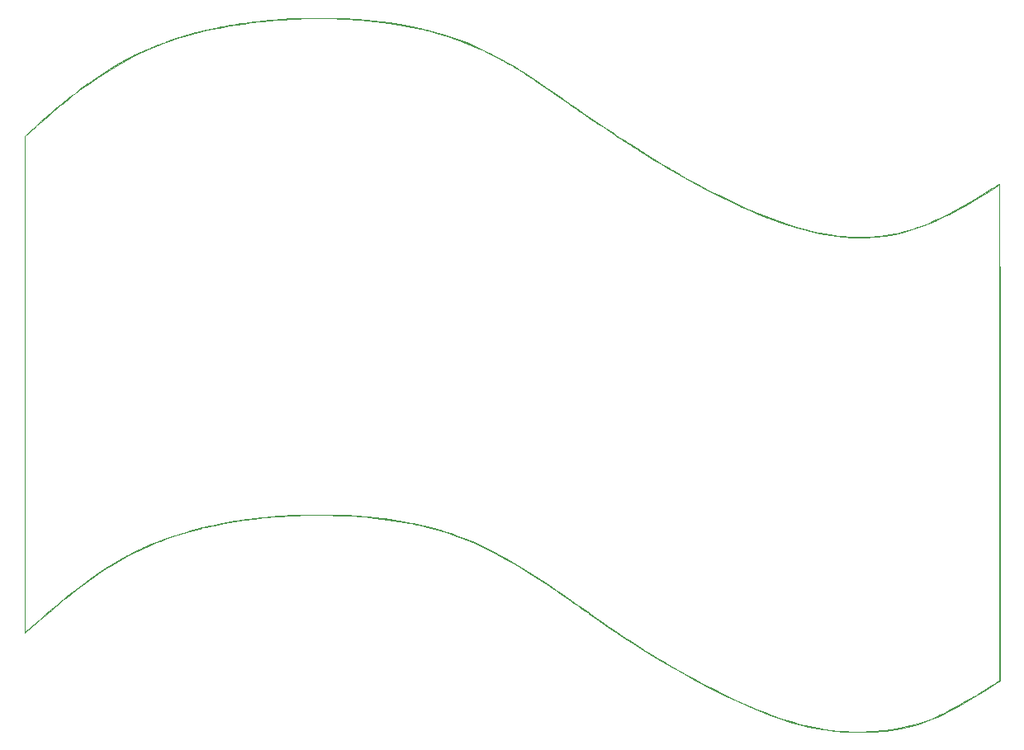
<source format=gm1>
G04 #@! TF.GenerationSoftware,KiCad,Pcbnew,(5.0.0-rc3-dev-5-g0013e0cad)*
G04 #@! TF.CreationDate,2018-07-11T14:46:06+01:00*
G04 #@! TF.ProjectId,Pride Badge,50726964652042616467652E6B696361,rev?*
G04 #@! TF.SameCoordinates,Original*
G04 #@! TF.FileFunction,Profile,NP*
%FSLAX46Y46*%
G04 Gerber Fmt 4.6, Leading zero omitted, Abs format (unit mm)*
G04 Created by KiCad (PCBNEW (5.0.0-rc3-dev-5-g0013e0cad)) date 07/11/18 14:46:06*
%MOMM*%
%LPD*%
G01*
G04 APERTURE LIST*
G04 #@! TA.AperFunction,NonConductor*
%ADD10C,0.010000*%
G04 #@! TD*
G04 APERTURE END LIST*
D10*
G04 #@! TO.C,board_edge_cuts*
G36*
X95323887Y-51535633D02*
X96987854Y-51629245D01*
X98608300Y-51774127D01*
X100178772Y-51969931D01*
X101692818Y-52216310D01*
X102933269Y-52465831D01*
X103141632Y-52512799D01*
X103318794Y-52554842D01*
X103449062Y-52588077D01*
X103516744Y-52608618D01*
X103522408Y-52611630D01*
X103515649Y-52630443D01*
X103434209Y-52626873D01*
X103276071Y-52600638D01*
X103039219Y-52551454D01*
X102944396Y-52530354D01*
X101614009Y-52260062D01*
X100215392Y-52032972D01*
X98753413Y-51849565D01*
X97232939Y-51710316D01*
X95658837Y-51615706D01*
X94035973Y-51566211D01*
X93051500Y-51558365D01*
X92225863Y-51562011D01*
X91464920Y-51573272D01*
X90748953Y-51593211D01*
X90058244Y-51622892D01*
X89373073Y-51663378D01*
X88673723Y-51715734D01*
X87940474Y-51781022D01*
X87153609Y-51860307D01*
X86849667Y-51892888D01*
X86061107Y-51985144D01*
X85267180Y-52090506D01*
X84488265Y-52205887D01*
X83744741Y-52328201D01*
X83056987Y-52454362D01*
X82790997Y-52507481D01*
X82479041Y-52569384D01*
X82248369Y-52610370D01*
X82098253Y-52630542D01*
X82027962Y-52630005D01*
X82027195Y-52616069D01*
X82083149Y-52595062D01*
X82212010Y-52562712D01*
X82403065Y-52520957D01*
X82645602Y-52471737D01*
X82928908Y-52416991D01*
X83242271Y-52358657D01*
X83574979Y-52298674D01*
X83916319Y-52238981D01*
X84255580Y-52181517D01*
X84582049Y-52128221D01*
X84885014Y-52081031D01*
X85153762Y-52041887D01*
X85325667Y-52019070D01*
X85875610Y-51950637D01*
X86352101Y-51892318D01*
X86765600Y-51842948D01*
X87126568Y-51801361D01*
X87445464Y-51766393D01*
X87732748Y-51736878D01*
X87998881Y-51711650D01*
X88254322Y-51689546D01*
X88361869Y-51680839D01*
X90135391Y-51565894D01*
X91891203Y-51503610D01*
X93622852Y-51493639D01*
X95323887Y-51535633D01*
X95323887Y-51535633D01*
G37*
X95323887Y-51535633D02*
X96987854Y-51629245D01*
X98608300Y-51774127D01*
X100178772Y-51969931D01*
X101692818Y-52216310D01*
X102933269Y-52465831D01*
X103141632Y-52512799D01*
X103318794Y-52554842D01*
X103449062Y-52588077D01*
X103516744Y-52608618D01*
X103522408Y-52611630D01*
X103515649Y-52630443D01*
X103434209Y-52626873D01*
X103276071Y-52600638D01*
X103039219Y-52551454D01*
X102944396Y-52530354D01*
X101614009Y-52260062D01*
X100215392Y-52032972D01*
X98753413Y-51849565D01*
X97232939Y-51710316D01*
X95658837Y-51615706D01*
X94035973Y-51566211D01*
X93051500Y-51558365D01*
X92225863Y-51562011D01*
X91464920Y-51573272D01*
X90748953Y-51593211D01*
X90058244Y-51622892D01*
X89373073Y-51663378D01*
X88673723Y-51715734D01*
X87940474Y-51781022D01*
X87153609Y-51860307D01*
X86849667Y-51892888D01*
X86061107Y-51985144D01*
X85267180Y-52090506D01*
X84488265Y-52205887D01*
X83744741Y-52328201D01*
X83056987Y-52454362D01*
X82790997Y-52507481D01*
X82479041Y-52569384D01*
X82248369Y-52610370D01*
X82098253Y-52630542D01*
X82027962Y-52630005D01*
X82027195Y-52616069D01*
X82083149Y-52595062D01*
X82212010Y-52562712D01*
X82403065Y-52520957D01*
X82645602Y-52471737D01*
X82928908Y-52416991D01*
X83242271Y-52358657D01*
X83574979Y-52298674D01*
X83916319Y-52238981D01*
X84255580Y-52181517D01*
X84582049Y-52128221D01*
X84885014Y-52081031D01*
X85153762Y-52041887D01*
X85325667Y-52019070D01*
X85875610Y-51950637D01*
X86352101Y-51892318D01*
X86765600Y-51842948D01*
X87126568Y-51801361D01*
X87445464Y-51766393D01*
X87732748Y-51736878D01*
X87998881Y-51711650D01*
X88254322Y-51689546D01*
X88361869Y-51680839D01*
X90135391Y-51565894D01*
X91891203Y-51503610D01*
X93622852Y-51493639D01*
X95323887Y-51535633D01*
G36*
X93605439Y-102482072D02*
X94185190Y-102486783D01*
X94741271Y-102494608D01*
X95261649Y-102505546D01*
X95734293Y-102519598D01*
X96147172Y-102536764D01*
X96477261Y-102556253D01*
X96761371Y-102577480D01*
X97016730Y-102598349D01*
X97231414Y-102617740D01*
X97393500Y-102634531D01*
X97491064Y-102647603D01*
X97514428Y-102653751D01*
X97486962Y-102662305D01*
X97392760Y-102663686D01*
X97249443Y-102657912D01*
X97179000Y-102653370D01*
X96455166Y-102609080D01*
X95674860Y-102574311D01*
X94852372Y-102549025D01*
X94001988Y-102533187D01*
X93137997Y-102526758D01*
X92274686Y-102529704D01*
X91426343Y-102541986D01*
X90607256Y-102563569D01*
X89831713Y-102594416D01*
X89114001Y-102634490D01*
X88564167Y-102675435D01*
X87408624Y-102782622D01*
X86319003Y-102903353D01*
X85277270Y-103040247D01*
X84265388Y-103195926D01*
X83265321Y-103373009D01*
X82259032Y-103574118D01*
X82002500Y-103628862D01*
X81793126Y-103673152D01*
X81602817Y-103711709D01*
X81453069Y-103740286D01*
X81367500Y-103754375D01*
X81240500Y-103770153D01*
X81367500Y-103725603D01*
X81515625Y-103681533D01*
X81735827Y-103626726D01*
X82016513Y-103563404D01*
X82346089Y-103493783D01*
X82712964Y-103420084D01*
X83105544Y-103344525D01*
X83512235Y-103269325D01*
X83921447Y-103196704D01*
X84321584Y-103128881D01*
X84701055Y-103068074D01*
X85048266Y-103016502D01*
X85135167Y-103004423D01*
X85564541Y-102946099D01*
X85943586Y-102895645D01*
X86284899Y-102851786D01*
X86601074Y-102813247D01*
X86904707Y-102778751D01*
X87208393Y-102747023D01*
X87524727Y-102716788D01*
X87866305Y-102686770D01*
X88245722Y-102655693D01*
X88675573Y-102622283D01*
X89168453Y-102585263D01*
X89559000Y-102556425D01*
X89894999Y-102536241D01*
X90303577Y-102519167D01*
X90772701Y-102505205D01*
X91290342Y-102494354D01*
X91844467Y-102486616D01*
X92423046Y-102481989D01*
X93014047Y-102480474D01*
X93605439Y-102482072D01*
X93605439Y-102482072D01*
G37*
X93605439Y-102482072D02*
X94185190Y-102486783D01*
X94741271Y-102494608D01*
X95261649Y-102505546D01*
X95734293Y-102519598D01*
X96147172Y-102536764D01*
X96477261Y-102556253D01*
X96761371Y-102577480D01*
X97016730Y-102598349D01*
X97231414Y-102617740D01*
X97393500Y-102634531D01*
X97491064Y-102647603D01*
X97514428Y-102653751D01*
X97486962Y-102662305D01*
X97392760Y-102663686D01*
X97249443Y-102657912D01*
X97179000Y-102653370D01*
X96455166Y-102609080D01*
X95674860Y-102574311D01*
X94852372Y-102549025D01*
X94001988Y-102533187D01*
X93137997Y-102526758D01*
X92274686Y-102529704D01*
X91426343Y-102541986D01*
X90607256Y-102563569D01*
X89831713Y-102594416D01*
X89114001Y-102634490D01*
X88564167Y-102675435D01*
X87408624Y-102782622D01*
X86319003Y-102903353D01*
X85277270Y-103040247D01*
X84265388Y-103195926D01*
X83265321Y-103373009D01*
X82259032Y-103574118D01*
X82002500Y-103628862D01*
X81793126Y-103673152D01*
X81602817Y-103711709D01*
X81453069Y-103740286D01*
X81367500Y-103754375D01*
X81240500Y-103770153D01*
X81367500Y-103725603D01*
X81515625Y-103681533D01*
X81735827Y-103626726D01*
X82016513Y-103563404D01*
X82346089Y-103493783D01*
X82712964Y-103420084D01*
X83105544Y-103344525D01*
X83512235Y-103269325D01*
X83921447Y-103196704D01*
X84321584Y-103128881D01*
X84701055Y-103068074D01*
X85048266Y-103016502D01*
X85135167Y-103004423D01*
X85564541Y-102946099D01*
X85943586Y-102895645D01*
X86284899Y-102851786D01*
X86601074Y-102813247D01*
X86904707Y-102778751D01*
X87208393Y-102747023D01*
X87524727Y-102716788D01*
X87866305Y-102686770D01*
X88245722Y-102655693D01*
X88675573Y-102622283D01*
X89168453Y-102585263D01*
X89559000Y-102556425D01*
X89894999Y-102536241D01*
X90303577Y-102519167D01*
X90772701Y-102505205D01*
X91290342Y-102494354D01*
X91844467Y-102486616D01*
X92423046Y-102481989D01*
X93014047Y-102480474D01*
X93605439Y-102482072D01*
G36*
X81931943Y-52642232D02*
X81923603Y-52656868D01*
X81846171Y-52685001D01*
X81713313Y-52722260D01*
X81579167Y-52755040D01*
X80007513Y-53151945D01*
X78497219Y-53601445D01*
X77040738Y-54106939D01*
X75630524Y-54671823D01*
X74259031Y-55299495D01*
X72918714Y-55993350D01*
X71602026Y-56756787D01*
X70301421Y-57593203D01*
X69338857Y-58265487D01*
X69169530Y-58387629D01*
X68973317Y-58529025D01*
X68792079Y-58659507D01*
X68788524Y-58662065D01*
X68643722Y-58768525D01*
X68455189Y-58910456D01*
X68237914Y-59076235D01*
X68006888Y-59254239D01*
X67777103Y-59432846D01*
X67563548Y-59600431D01*
X67381215Y-59745372D01*
X67245095Y-59856047D01*
X67204442Y-59890261D01*
X67112000Y-59967954D01*
X66972761Y-60083069D01*
X66805835Y-60219878D01*
X66635872Y-60358167D01*
X66411321Y-60542516D01*
X66138646Y-60770114D01*
X65833025Y-61027979D01*
X65509633Y-61303132D01*
X65183647Y-61582591D01*
X64870242Y-61853378D01*
X64584595Y-62102511D01*
X64341883Y-62317010D01*
X64262730Y-62387942D01*
X64065495Y-62565037D01*
X63832242Y-62773586D01*
X63590468Y-62989053D01*
X63367664Y-63186902D01*
X63341980Y-63209647D01*
X62846667Y-63648127D01*
X62846667Y-89064730D01*
X62846722Y-90527986D01*
X62846885Y-91970114D01*
X62847154Y-93388801D01*
X62847524Y-94781733D01*
X62847994Y-96146599D01*
X62848559Y-97481085D01*
X62849218Y-98782878D01*
X62849966Y-100049665D01*
X62850802Y-101279132D01*
X62851721Y-102468967D01*
X62852721Y-103616858D01*
X62853799Y-104720489D01*
X62854952Y-105777550D01*
X62856176Y-106785726D01*
X62857469Y-107742705D01*
X62858828Y-108646173D01*
X62860249Y-109493818D01*
X62861730Y-110283326D01*
X62863267Y-111012385D01*
X62864858Y-111678681D01*
X62866499Y-112279901D01*
X62868188Y-112813733D01*
X62869921Y-113277863D01*
X62871695Y-113669978D01*
X62873508Y-113987765D01*
X62875356Y-114228912D01*
X62877236Y-114391104D01*
X62879146Y-114472030D01*
X62880052Y-114481334D01*
X62924737Y-114454973D01*
X63015561Y-114384562D01*
X63136109Y-114283106D01*
X63190612Y-114235290D01*
X63344986Y-114098964D01*
X63537972Y-113929644D01*
X63759979Y-113735645D01*
X64001412Y-113525282D01*
X64252678Y-113306870D01*
X64504184Y-113088723D01*
X64746338Y-112879156D01*
X64969544Y-112686484D01*
X65164212Y-112519022D01*
X65320746Y-112385084D01*
X65429554Y-112292986D01*
X65470970Y-112258834D01*
X65560346Y-112186019D01*
X65698127Y-112072148D01*
X65868012Y-111930763D01*
X66053696Y-111775408D01*
X66126224Y-111714504D01*
X67356875Y-110705370D01*
X68555300Y-109774129D01*
X69721373Y-108920879D01*
X70530167Y-108362069D01*
X70790747Y-108188300D01*
X71049924Y-108019296D01*
X71319442Y-107847787D01*
X71611049Y-107666500D01*
X71936490Y-107468164D01*
X72307512Y-107245509D01*
X72735860Y-106991261D01*
X72922000Y-106881376D01*
X73081713Y-106791791D01*
X73302943Y-106674188D01*
X73570416Y-106536209D01*
X73868857Y-106385494D01*
X74182991Y-106229686D01*
X74497545Y-106076424D01*
X74797243Y-105933351D01*
X75066812Y-105808106D01*
X75074348Y-105804670D01*
X75794287Y-105491375D01*
X76575371Y-105178247D01*
X77394480Y-104873680D01*
X78228494Y-104586069D01*
X79054293Y-104323808D01*
X79568334Y-104172994D01*
X80033494Y-104042785D01*
X80418898Y-103938150D01*
X80724353Y-103859138D01*
X80949669Y-103805796D01*
X81094657Y-103778173D01*
X81145060Y-103774009D01*
X81145404Y-103785039D01*
X81075839Y-103812851D01*
X80948484Y-103853247D01*
X80775458Y-103902034D01*
X80774834Y-103902202D01*
X80057802Y-104098120D01*
X79409723Y-104282333D01*
X78816458Y-104459402D01*
X78263869Y-104633886D01*
X77737818Y-104810347D01*
X77224168Y-104993344D01*
X76708780Y-105187440D01*
X76331193Y-105335622D01*
X75411933Y-105718905D01*
X74513050Y-106129202D01*
X73627240Y-106571038D01*
X72747202Y-107048939D01*
X71865630Y-107567430D01*
X70975223Y-108131036D01*
X70068675Y-108744284D01*
X69138684Y-109411697D01*
X68177947Y-110137803D01*
X67179159Y-110927125D01*
X66767050Y-111261818D01*
X66367200Y-111590010D01*
X65986132Y-111904931D01*
X65631468Y-112200178D01*
X65310830Y-112469347D01*
X65031840Y-112706031D01*
X64802120Y-112903828D01*
X64629292Y-113056333D01*
X64602162Y-113080892D01*
X64480249Y-113190332D01*
X64320076Y-113331822D01*
X64131974Y-113496466D01*
X63926273Y-113675368D01*
X63713303Y-113859628D01*
X63503396Y-114040351D01*
X63306882Y-114208639D01*
X63134091Y-114355595D01*
X62995354Y-114472322D01*
X62901003Y-114549923D01*
X62863056Y-114578687D01*
X62858945Y-114571869D01*
X62855025Y-114545317D01*
X62851292Y-114497158D01*
X62847740Y-114425521D01*
X62844366Y-114328532D01*
X62841165Y-114204322D01*
X62838133Y-114051016D01*
X62835266Y-113866744D01*
X62832560Y-113649633D01*
X62830009Y-113397812D01*
X62827611Y-113109407D01*
X62825359Y-112782548D01*
X62823251Y-112415362D01*
X62821282Y-112005978D01*
X62819447Y-111552522D01*
X62817742Y-111053124D01*
X62816163Y-110505910D01*
X62814706Y-109909010D01*
X62813366Y-109260551D01*
X62812139Y-108558661D01*
X62811020Y-107801468D01*
X62810006Y-106987100D01*
X62809091Y-106113686D01*
X62808272Y-105179352D01*
X62807545Y-104182227D01*
X62806905Y-103120439D01*
X62806347Y-101992116D01*
X62805867Y-100795385D01*
X62805462Y-99528376D01*
X62805126Y-98189216D01*
X62804856Y-96776032D01*
X62804647Y-95286953D01*
X62804495Y-93720107D01*
X62804395Y-92073622D01*
X62804343Y-90345625D01*
X62804334Y-89112905D01*
X62804334Y-63613270D01*
X63278645Y-63192219D01*
X63472307Y-63019885D01*
X63668372Y-62844692D01*
X63846371Y-62684975D01*
X63985838Y-62559066D01*
X64008895Y-62538107D01*
X64437641Y-62153316D01*
X64906299Y-61742806D01*
X65404880Y-61314728D01*
X65923391Y-60877235D01*
X66451843Y-60438477D01*
X66980244Y-60006607D01*
X67498604Y-59589777D01*
X67996933Y-59196138D01*
X68465240Y-58833843D01*
X68893533Y-58511042D01*
X69271823Y-58235887D01*
X69344834Y-58184319D01*
X70167520Y-57617139D01*
X70945029Y-57103268D01*
X71690582Y-56634710D01*
X72417396Y-56203467D01*
X73138690Y-55801544D01*
X73867685Y-55420944D01*
X74128500Y-55290600D01*
X74368553Y-55174614D01*
X74650806Y-55042527D01*
X74958791Y-54901646D01*
X75276040Y-54759279D01*
X75586085Y-54622736D01*
X75872458Y-54499324D01*
X76118691Y-54396352D01*
X76308315Y-54321127D01*
X76338114Y-54310012D01*
X76439011Y-54272564D01*
X76598097Y-54213072D01*
X76794359Y-54139412D01*
X77006783Y-54059459D01*
X77028334Y-54051335D01*
X77805764Y-53771937D01*
X78639556Y-53497581D01*
X79501492Y-53237160D01*
X80363355Y-52999570D01*
X80372667Y-52997134D01*
X80799038Y-52886616D01*
X81149213Y-52798139D01*
X81428413Y-52730514D01*
X81641861Y-52682551D01*
X81794778Y-52653063D01*
X81892387Y-52640861D01*
X81931943Y-52642232D01*
X81931943Y-52642232D01*
G37*
X81931943Y-52642232D02*
X81923603Y-52656868D01*
X81846171Y-52685001D01*
X81713313Y-52722260D01*
X81579167Y-52755040D01*
X80007513Y-53151945D01*
X78497219Y-53601445D01*
X77040738Y-54106939D01*
X75630524Y-54671823D01*
X74259031Y-55299495D01*
X72918714Y-55993350D01*
X71602026Y-56756787D01*
X70301421Y-57593203D01*
X69338857Y-58265487D01*
X69169530Y-58387629D01*
X68973317Y-58529025D01*
X68792079Y-58659507D01*
X68788524Y-58662065D01*
X68643722Y-58768525D01*
X68455189Y-58910456D01*
X68237914Y-59076235D01*
X68006888Y-59254239D01*
X67777103Y-59432846D01*
X67563548Y-59600431D01*
X67381215Y-59745372D01*
X67245095Y-59856047D01*
X67204442Y-59890261D01*
X67112000Y-59967954D01*
X66972761Y-60083069D01*
X66805835Y-60219878D01*
X66635872Y-60358167D01*
X66411321Y-60542516D01*
X66138646Y-60770114D01*
X65833025Y-61027979D01*
X65509633Y-61303132D01*
X65183647Y-61582591D01*
X64870242Y-61853378D01*
X64584595Y-62102511D01*
X64341883Y-62317010D01*
X64262730Y-62387942D01*
X64065495Y-62565037D01*
X63832242Y-62773586D01*
X63590468Y-62989053D01*
X63367664Y-63186902D01*
X63341980Y-63209647D01*
X62846667Y-63648127D01*
X62846667Y-89064730D01*
X62846722Y-90527986D01*
X62846885Y-91970114D01*
X62847154Y-93388801D01*
X62847524Y-94781733D01*
X62847994Y-96146599D01*
X62848559Y-97481085D01*
X62849218Y-98782878D01*
X62849966Y-100049665D01*
X62850802Y-101279132D01*
X62851721Y-102468967D01*
X62852721Y-103616858D01*
X62853799Y-104720489D01*
X62854952Y-105777550D01*
X62856176Y-106785726D01*
X62857469Y-107742705D01*
X62858828Y-108646173D01*
X62860249Y-109493818D01*
X62861730Y-110283326D01*
X62863267Y-111012385D01*
X62864858Y-111678681D01*
X62866499Y-112279901D01*
X62868188Y-112813733D01*
X62869921Y-113277863D01*
X62871695Y-113669978D01*
X62873508Y-113987765D01*
X62875356Y-114228912D01*
X62877236Y-114391104D01*
X62879146Y-114472030D01*
X62880052Y-114481334D01*
X62924737Y-114454973D01*
X63015561Y-114384562D01*
X63136109Y-114283106D01*
X63190612Y-114235290D01*
X63344986Y-114098964D01*
X63537972Y-113929644D01*
X63759979Y-113735645D01*
X64001412Y-113525282D01*
X64252678Y-113306870D01*
X64504184Y-113088723D01*
X64746338Y-112879156D01*
X64969544Y-112686484D01*
X65164212Y-112519022D01*
X65320746Y-112385084D01*
X65429554Y-112292986D01*
X65470970Y-112258834D01*
X65560346Y-112186019D01*
X65698127Y-112072148D01*
X65868012Y-111930763D01*
X66053696Y-111775408D01*
X66126224Y-111714504D01*
X67356875Y-110705370D01*
X68555300Y-109774129D01*
X69721373Y-108920879D01*
X70530167Y-108362069D01*
X70790747Y-108188300D01*
X71049924Y-108019296D01*
X71319442Y-107847787D01*
X71611049Y-107666500D01*
X71936490Y-107468164D01*
X72307512Y-107245509D01*
X72735860Y-106991261D01*
X72922000Y-106881376D01*
X73081713Y-106791791D01*
X73302943Y-106674188D01*
X73570416Y-106536209D01*
X73868857Y-106385494D01*
X74182991Y-106229686D01*
X74497545Y-106076424D01*
X74797243Y-105933351D01*
X75066812Y-105808106D01*
X75074348Y-105804670D01*
X75794287Y-105491375D01*
X76575371Y-105178247D01*
X77394480Y-104873680D01*
X78228494Y-104586069D01*
X79054293Y-104323808D01*
X79568334Y-104172994D01*
X80033494Y-104042785D01*
X80418898Y-103938150D01*
X80724353Y-103859138D01*
X80949669Y-103805796D01*
X81094657Y-103778173D01*
X81145060Y-103774009D01*
X81145404Y-103785039D01*
X81075839Y-103812851D01*
X80948484Y-103853247D01*
X80775458Y-103902034D01*
X80774834Y-103902202D01*
X80057802Y-104098120D01*
X79409723Y-104282333D01*
X78816458Y-104459402D01*
X78263869Y-104633886D01*
X77737818Y-104810347D01*
X77224168Y-104993344D01*
X76708780Y-105187440D01*
X76331193Y-105335622D01*
X75411933Y-105718905D01*
X74513050Y-106129202D01*
X73627240Y-106571038D01*
X72747202Y-107048939D01*
X71865630Y-107567430D01*
X70975223Y-108131036D01*
X70068675Y-108744284D01*
X69138684Y-109411697D01*
X68177947Y-110137803D01*
X67179159Y-110927125D01*
X66767050Y-111261818D01*
X66367200Y-111590010D01*
X65986132Y-111904931D01*
X65631468Y-112200178D01*
X65310830Y-112469347D01*
X65031840Y-112706031D01*
X64802120Y-112903828D01*
X64629292Y-113056333D01*
X64602162Y-113080892D01*
X64480249Y-113190332D01*
X64320076Y-113331822D01*
X64131974Y-113496466D01*
X63926273Y-113675368D01*
X63713303Y-113859628D01*
X63503396Y-114040351D01*
X63306882Y-114208639D01*
X63134091Y-114355595D01*
X62995354Y-114472322D01*
X62901003Y-114549923D01*
X62863056Y-114578687D01*
X62858945Y-114571869D01*
X62855025Y-114545317D01*
X62851292Y-114497158D01*
X62847740Y-114425521D01*
X62844366Y-114328532D01*
X62841165Y-114204322D01*
X62838133Y-114051016D01*
X62835266Y-113866744D01*
X62832560Y-113649633D01*
X62830009Y-113397812D01*
X62827611Y-113109407D01*
X62825359Y-112782548D01*
X62823251Y-112415362D01*
X62821282Y-112005978D01*
X62819447Y-111552522D01*
X62817742Y-111053124D01*
X62816163Y-110505910D01*
X62814706Y-109909010D01*
X62813366Y-109260551D01*
X62812139Y-108558661D01*
X62811020Y-107801468D01*
X62810006Y-106987100D01*
X62809091Y-106113686D01*
X62808272Y-105179352D01*
X62807545Y-104182227D01*
X62806905Y-103120439D01*
X62806347Y-101992116D01*
X62805867Y-100795385D01*
X62805462Y-99528376D01*
X62805126Y-98189216D01*
X62804856Y-96776032D01*
X62804647Y-95286953D01*
X62804495Y-93720107D01*
X62804395Y-92073622D01*
X62804343Y-90345625D01*
X62804334Y-89112905D01*
X62804334Y-63613270D01*
X63278645Y-63192219D01*
X63472307Y-63019885D01*
X63668372Y-62844692D01*
X63846371Y-62684975D01*
X63985838Y-62559066D01*
X64008895Y-62538107D01*
X64437641Y-62153316D01*
X64906299Y-61742806D01*
X65404880Y-61314728D01*
X65923391Y-60877235D01*
X66451843Y-60438477D01*
X66980244Y-60006607D01*
X67498604Y-59589777D01*
X67996933Y-59196138D01*
X68465240Y-58833843D01*
X68893533Y-58511042D01*
X69271823Y-58235887D01*
X69344834Y-58184319D01*
X70167520Y-57617139D01*
X70945029Y-57103268D01*
X71690582Y-56634710D01*
X72417396Y-56203467D01*
X73138690Y-55801544D01*
X73867685Y-55420944D01*
X74128500Y-55290600D01*
X74368553Y-55174614D01*
X74650806Y-55042527D01*
X74958791Y-54901646D01*
X75276040Y-54759279D01*
X75586085Y-54622736D01*
X75872458Y-54499324D01*
X76118691Y-54396352D01*
X76308315Y-54321127D01*
X76338114Y-54310012D01*
X76439011Y-54272564D01*
X76598097Y-54213072D01*
X76794359Y-54139412D01*
X77006783Y-54059459D01*
X77028334Y-54051335D01*
X77805764Y-53771937D01*
X78639556Y-53497581D01*
X79501492Y-53237160D01*
X80363355Y-52999570D01*
X80372667Y-52997134D01*
X80799038Y-52886616D01*
X81149213Y-52798139D01*
X81428413Y-52730514D01*
X81641861Y-52682551D01*
X81794778Y-52653063D01*
X81892387Y-52640861D01*
X81931943Y-52642232D01*
G36*
X103705386Y-52649676D02*
X103845740Y-52677815D01*
X104044452Y-52723914D01*
X104290083Y-52785034D01*
X104571193Y-52858234D01*
X104876339Y-52940573D01*
X105194083Y-53029111D01*
X105512983Y-53120909D01*
X105624500Y-53153782D01*
X106849703Y-53551284D01*
X108098785Y-54022775D01*
X109362796Y-54564202D01*
X110632786Y-55171511D01*
X111899807Y-55840646D01*
X113138667Y-56557728D01*
X113584129Y-56831289D01*
X114053657Y-57128024D01*
X114552926Y-57451752D01*
X115087613Y-57806294D01*
X115663395Y-58195472D01*
X116285948Y-58623106D01*
X116960949Y-59093018D01*
X117694074Y-59609027D01*
X118112834Y-59905845D01*
X118715909Y-60330438D01*
X119379112Y-60790420D01*
X120090082Y-61277434D01*
X120836458Y-61783125D01*
X121605878Y-62299133D01*
X122385982Y-62817105D01*
X123164407Y-63328681D01*
X123489167Y-63540469D01*
X123836815Y-63766428D01*
X124183691Y-63991490D01*
X124521843Y-64210527D01*
X124843318Y-64418411D01*
X125140167Y-64610014D01*
X125404436Y-64780209D01*
X125628176Y-64923867D01*
X125803434Y-65035861D01*
X125922259Y-65111062D01*
X125972278Y-65141834D01*
X126028020Y-65175911D01*
X126144164Y-65248032D01*
X126309445Y-65351160D01*
X126512597Y-65478261D01*
X126742353Y-65622299D01*
X126862499Y-65697726D01*
X127193140Y-65904829D01*
X127509735Y-66102065D01*
X127804483Y-66284657D01*
X128069581Y-66447827D01*
X128297226Y-66586800D01*
X128479616Y-66696797D01*
X128608948Y-66773044D01*
X128677420Y-66810763D01*
X128685871Y-66814000D01*
X128726233Y-66834516D01*
X128825404Y-66890771D01*
X128969661Y-66974829D01*
X129145281Y-67078753D01*
X129198211Y-67110334D01*
X129380747Y-67218499D01*
X129536427Y-67308978D01*
X129651324Y-67373809D01*
X129711510Y-67405031D01*
X129716624Y-67406667D01*
X129760798Y-67427119D01*
X129858777Y-67481601D01*
X129992239Y-67559805D01*
X130043212Y-67590431D01*
X130457004Y-67833760D01*
X130937940Y-68104751D01*
X131475218Y-68398000D01*
X132058041Y-68708103D01*
X132675608Y-69029654D01*
X133317119Y-69357251D01*
X133971775Y-69685488D01*
X134628777Y-70008960D01*
X135277325Y-70322265D01*
X135906619Y-70619996D01*
X136505860Y-70896751D01*
X137064248Y-71147123D01*
X137570983Y-71365710D01*
X137670834Y-71407489D01*
X138859161Y-71884960D01*
X140008411Y-72313066D01*
X141114707Y-72690627D01*
X142174169Y-73016459D01*
X143182920Y-73289380D01*
X144137084Y-73508209D01*
X145032782Y-73671762D01*
X145163834Y-73691749D01*
X145362779Y-73721786D01*
X145538766Y-73749320D01*
X145669932Y-73770875D01*
X145727167Y-73781322D01*
X145924929Y-73815314D01*
X146190840Y-73849836D01*
X146508406Y-73883337D01*
X146861135Y-73914267D01*
X147232533Y-73941077D01*
X147606107Y-73962216D01*
X147696028Y-73966351D01*
X148623967Y-73987368D01*
X149499258Y-73965464D01*
X150342978Y-73899344D01*
X151176207Y-73787713D01*
X151494428Y-73733098D01*
X151696458Y-73696741D01*
X151900829Y-73660523D01*
X152067714Y-73631494D01*
X152087006Y-73628203D01*
X152260132Y-73592687D01*
X152497110Y-73535322D01*
X152781362Y-73460722D01*
X153096316Y-73373498D01*
X153425394Y-73278262D01*
X153752024Y-73179626D01*
X154059629Y-73082203D01*
X154118388Y-73062947D01*
X154772499Y-72836119D01*
X155426042Y-72586491D01*
X156085952Y-72310522D01*
X156759166Y-72004669D01*
X157452619Y-71665394D01*
X158173246Y-71289153D01*
X158927983Y-70872407D01*
X159723765Y-70411613D01*
X160567528Y-69903232D01*
X161466207Y-69343721D01*
X161729050Y-69177142D01*
X161988370Y-69013095D01*
X162225068Y-68865055D01*
X162429584Y-68738865D01*
X162592357Y-68640370D01*
X162703825Y-68575413D01*
X162754429Y-68549838D01*
X162755634Y-68549667D01*
X162758492Y-68591828D01*
X162761257Y-68717620D01*
X162763928Y-68926008D01*
X162766504Y-69215958D01*
X162768982Y-69586434D01*
X162771362Y-70036400D01*
X162773640Y-70564822D01*
X162775817Y-71170664D01*
X162777890Y-71852892D01*
X162779857Y-72610470D01*
X162781717Y-73442363D01*
X162783469Y-74347535D01*
X162785110Y-75324953D01*
X162786640Y-76373579D01*
X162788055Y-77492380D01*
X162789356Y-78680320D01*
X162790539Y-79936364D01*
X162791605Y-81259477D01*
X162792550Y-82648624D01*
X162793373Y-84102769D01*
X162794073Y-85620877D01*
X162794648Y-87201913D01*
X162795097Y-88844842D01*
X162795417Y-90548630D01*
X162795608Y-92312239D01*
X162795667Y-94033533D01*
X162795667Y-119517400D01*
X162382917Y-119784674D01*
X161367954Y-120432880D01*
X160410893Y-121025135D01*
X159507835Y-121563361D01*
X158654884Y-122049479D01*
X157848142Y-122485413D01*
X157083712Y-122873084D01*
X156357696Y-123214414D01*
X155666198Y-123511326D01*
X155005318Y-123765742D01*
X154371161Y-123979584D01*
X153759829Y-124154775D01*
X153297512Y-124265569D01*
X152666256Y-124399015D01*
X152095906Y-124508562D01*
X151566826Y-124596415D01*
X151059378Y-124664782D01*
X150553929Y-124715871D01*
X150030841Y-124751889D01*
X149470480Y-124775043D01*
X148853210Y-124787541D01*
X148635167Y-124789691D01*
X148286391Y-124791876D01*
X147958009Y-124792952D01*
X147661324Y-124792958D01*
X147407639Y-124791931D01*
X147208256Y-124789908D01*
X147074479Y-124786927D01*
X147026500Y-124784348D01*
X146533377Y-124735816D01*
X146113492Y-124693205D01*
X145755732Y-124655141D01*
X145448984Y-124620247D01*
X145182135Y-124587149D01*
X144944070Y-124554470D01*
X144723678Y-124520836D01*
X144509844Y-124484871D01*
X144301651Y-124447105D01*
X144037267Y-124397866D01*
X143786598Y-124351392D01*
X143567439Y-124310967D01*
X143397585Y-124279873D01*
X143301167Y-124262507D01*
X143118138Y-124225317D01*
X142869885Y-124167705D01*
X142572218Y-124093780D01*
X142240948Y-124007654D01*
X141891885Y-123913437D01*
X141540839Y-123815238D01*
X141203910Y-123717256D01*
X140297669Y-123428978D01*
X139332919Y-123086080D01*
X138314051Y-122690612D01*
X137245460Y-122244623D01*
X136131540Y-121750162D01*
X134976684Y-121209279D01*
X133785287Y-120624023D01*
X132561742Y-119996445D01*
X131310443Y-119328593D01*
X130035784Y-118622518D01*
X128950167Y-118001336D01*
X128703813Y-117858353D01*
X128466499Y-117720645D01*
X128253813Y-117597255D01*
X128081340Y-117497226D01*
X127964668Y-117429601D01*
X127955334Y-117424194D01*
X127358947Y-117071176D01*
X126700914Y-116667355D01*
X125985249Y-116215381D01*
X125215966Y-115717904D01*
X124397080Y-115177573D01*
X123532605Y-114597038D01*
X122626556Y-113978949D01*
X121682946Y-113325955D01*
X120705790Y-112640705D01*
X120674000Y-112618266D01*
X120391619Y-112419309D01*
X120073866Y-112196098D01*
X119748340Y-111967979D01*
X119442641Y-111754298D01*
X119234667Y-111609365D01*
X119004898Y-111449107D01*
X118784144Y-111294347D01*
X118587448Y-111155690D01*
X118429856Y-111043743D01*
X118326411Y-110969112D01*
X118324500Y-110967707D01*
X118212961Y-110888341D01*
X118040006Y-110768796D01*
X117815015Y-110615327D01*
X117547370Y-110434188D01*
X117246450Y-110231634D01*
X116921637Y-110013922D01*
X116582312Y-109787305D01*
X116237856Y-109558038D01*
X115897649Y-109332377D01*
X115571073Y-109116578D01*
X115267507Y-108916894D01*
X114996334Y-108739580D01*
X114766934Y-108590893D01*
X114599167Y-108483701D01*
X113315636Y-107695389D01*
X112070860Y-106977380D01*
X110859906Y-106327448D01*
X109677847Y-105743368D01*
X108519751Y-105222916D01*
X107380690Y-104763867D01*
X106255732Y-104363995D01*
X105139949Y-104021075D01*
X104121667Y-103755024D01*
X103833323Y-103686718D01*
X103528455Y-103615757D01*
X103223397Y-103545826D01*
X102934484Y-103480610D01*
X102678050Y-103423795D01*
X102470429Y-103379067D01*
X102327957Y-103350111D01*
X102322500Y-103349081D01*
X101180235Y-103150011D01*
X99977118Y-102969755D01*
X98735500Y-102811450D01*
X97687000Y-102698508D01*
X97626674Y-102689650D01*
X97648293Y-102682736D01*
X97753172Y-102677392D01*
X97762287Y-102677108D01*
X97944236Y-102680279D01*
X98199019Y-102697440D01*
X98516223Y-102727149D01*
X98885434Y-102767960D01*
X99296239Y-102818428D01*
X99738225Y-102877110D01*
X100200978Y-102942561D01*
X100674085Y-103013335D01*
X101147132Y-103087989D01*
X101609706Y-103165077D01*
X102051393Y-103243156D01*
X102461781Y-103320780D01*
X102597667Y-103347892D01*
X102935928Y-103419061D01*
X103312777Y-103502689D01*
X103692492Y-103590605D01*
X104039351Y-103674640D01*
X104164000Y-103706134D01*
X104337974Y-103750406D01*
X104540488Y-103801419D01*
X104672000Y-103834265D01*
X104831724Y-103875354D01*
X104972322Y-103913923D01*
X105053000Y-103938315D01*
X105151042Y-103969155D01*
X105294797Y-104011913D01*
X105412834Y-104045863D01*
X105602710Y-104102504D01*
X105852823Y-104181325D01*
X106143753Y-104275811D01*
X106456082Y-104379451D01*
X106770388Y-104485732D01*
X107067253Y-104588141D01*
X107327256Y-104680164D01*
X107530978Y-104755289D01*
X107550667Y-104762839D01*
X108692859Y-105231919D01*
X109875575Y-105773840D01*
X111097464Y-106387852D01*
X112357173Y-107073210D01*
X113653354Y-107829167D01*
X114984653Y-108654974D01*
X116349722Y-109549886D01*
X116969834Y-109971625D01*
X117176510Y-110113673D01*
X117397204Y-110265282D01*
X117600772Y-110405060D01*
X117714989Y-110483441D01*
X117970459Y-110659283D01*
X118269396Y-110865996D01*
X118590037Y-111088453D01*
X118910623Y-111311531D01*
X119209391Y-111520105D01*
X119464581Y-111699050D01*
X119509834Y-111730911D01*
X120373378Y-112338328D01*
X121174134Y-112899141D01*
X121917509Y-113416923D01*
X122608909Y-113895247D01*
X123253741Y-114337688D01*
X123857412Y-114747820D01*
X124425329Y-115129215D01*
X124962899Y-115485448D01*
X125475528Y-115820092D01*
X125968624Y-116136721D01*
X126447593Y-116438909D01*
X126917843Y-116730229D01*
X127384779Y-117014255D01*
X127853809Y-117294561D01*
X128330340Y-117574720D01*
X128505667Y-117676751D01*
X128732666Y-117808907D01*
X128961539Y-117942831D01*
X129169612Y-118065211D01*
X129334211Y-118162738D01*
X129373500Y-118186224D01*
X129864165Y-118473672D01*
X130421717Y-118788229D01*
X131034982Y-119124215D01*
X131692789Y-119475950D01*
X132383966Y-119837754D01*
X133097338Y-120203946D01*
X133821734Y-120568846D01*
X134545982Y-120926773D01*
X135258908Y-121272048D01*
X135949341Y-121598989D01*
X136606106Y-121901916D01*
X137218033Y-122175149D01*
X137226334Y-122178782D01*
X137675810Y-122370788D01*
X138160076Y-122569278D01*
X138664994Y-122769012D01*
X139176432Y-122964750D01*
X139680254Y-123151252D01*
X140162325Y-123323278D01*
X140608511Y-123475588D01*
X141004677Y-123602943D01*
X141311500Y-123693200D01*
X141656259Y-123787171D01*
X142006374Y-123880470D01*
X142346992Y-123969306D01*
X142663263Y-124049888D01*
X142940336Y-124118424D01*
X143163358Y-124171124D01*
X143299340Y-124200637D01*
X144112405Y-124355652D01*
X144865065Y-124481669D01*
X145575727Y-124580627D01*
X146262799Y-124654464D01*
X146944687Y-124705117D01*
X147639801Y-124734526D01*
X148366546Y-124744627D01*
X148465834Y-124744621D01*
X149728155Y-124709382D01*
X150954719Y-124608162D01*
X152141480Y-124441707D01*
X153284392Y-124210761D01*
X154379408Y-123916067D01*
X155422483Y-123558370D01*
X155853000Y-123385807D01*
X156229497Y-123220205D01*
X156663245Y-123016095D01*
X157140348Y-122780862D01*
X157646907Y-122521889D01*
X158169022Y-122246559D01*
X158692795Y-121962257D01*
X159204328Y-121676365D01*
X159689722Y-121396267D01*
X160135078Y-121129348D01*
X160340300Y-121001941D01*
X160507698Y-120897007D01*
X160718285Y-120765626D01*
X160943180Y-120625790D01*
X161123500Y-120514040D01*
X161358220Y-120367938D01*
X161622440Y-120202033D01*
X161878549Y-120040003D01*
X162033667Y-119941048D01*
X162218713Y-119823266D01*
X162390813Y-119715237D01*
X162530352Y-119629180D01*
X162615750Y-119578420D01*
X162753334Y-119500745D01*
X162753334Y-94067539D01*
X162753266Y-92050779D01*
X162753062Y-90118527D01*
X162752722Y-88270622D01*
X162752245Y-86506907D01*
X162751632Y-84827221D01*
X162750882Y-83231407D01*
X162749995Y-81719304D01*
X162748970Y-80290754D01*
X162747807Y-78945597D01*
X162746507Y-77683674D01*
X162745067Y-76504826D01*
X162743490Y-75408894D01*
X162741773Y-74395719D01*
X162739918Y-73465142D01*
X162737923Y-72617003D01*
X162735788Y-71851143D01*
X162733513Y-71167404D01*
X162731098Y-70565625D01*
X162728543Y-70045649D01*
X162725847Y-69607315D01*
X162723010Y-69250465D01*
X162720032Y-68974939D01*
X162716912Y-68780578D01*
X162713651Y-68667224D01*
X162710585Y-68634334D01*
X162658787Y-68656204D01*
X162554141Y-68715043D01*
X162414142Y-68800697D01*
X162319001Y-68861678D01*
X161525402Y-69373519D01*
X160787344Y-69837964D01*
X160094627Y-70260970D01*
X159437048Y-70648490D01*
X158804407Y-71006480D01*
X158186501Y-71340895D01*
X157573130Y-71657690D01*
X157271167Y-71808279D01*
X156158083Y-72329654D01*
X155079627Y-72778311D01*
X154030084Y-73155969D01*
X153003740Y-73464347D01*
X151994882Y-73705164D01*
X150997796Y-73880140D01*
X150021337Y-73989820D01*
X148922842Y-74044674D01*
X147800669Y-74032489D01*
X146652054Y-73952766D01*
X145474234Y-73805003D01*
X144264444Y-73588702D01*
X143019921Y-73303362D01*
X141737901Y-72948485D01*
X140415621Y-72523570D01*
X139050316Y-72028117D01*
X138940834Y-71986067D01*
X138130910Y-71662306D01*
X137263595Y-71294201D01*
X136350032Y-70887121D01*
X135401364Y-70446437D01*
X134428733Y-69977519D01*
X133443282Y-69485739D01*
X132456153Y-68976466D01*
X131478490Y-68455070D01*
X130537667Y-67936039D01*
X130298854Y-67802083D01*
X130074197Y-67676269D01*
X129878345Y-67566786D01*
X129725947Y-67481821D01*
X129631653Y-67429564D01*
X129627500Y-67427284D01*
X129519599Y-67366286D01*
X129352490Y-67269564D01*
X129139523Y-67145030D01*
X128894047Y-67000594D01*
X128629412Y-66844166D01*
X128358967Y-66683658D01*
X128096062Y-66526980D01*
X127854046Y-66382042D01*
X127646268Y-66256755D01*
X127486079Y-66159031D01*
X127457917Y-66141624D01*
X126923798Y-65809347D01*
X126441637Y-65507148D01*
X125990606Y-65221849D01*
X125549878Y-64940275D01*
X125098628Y-64649248D01*
X125076667Y-64635023D01*
X124869567Y-64500980D01*
X124653898Y-64361607D01*
X124458152Y-64235306D01*
X124335834Y-64156549D01*
X124168656Y-64049033D01*
X123962526Y-63916400D01*
X123749665Y-63779387D01*
X123637672Y-63707275D01*
X123492738Y-63612913D01*
X123289913Y-63479364D01*
X123037474Y-63312180D01*
X122743700Y-63116913D01*
X122416871Y-62899114D01*
X122065265Y-62664334D01*
X121697159Y-62418126D01*
X121320834Y-62166040D01*
X120944568Y-61913629D01*
X120576638Y-61666444D01*
X120225325Y-61430037D01*
X119898907Y-61209959D01*
X119605662Y-61011762D01*
X119353869Y-60840997D01*
X119151806Y-60703217D01*
X119007753Y-60603972D01*
X118959500Y-60570133D01*
X118751937Y-60423412D01*
X118512823Y-60255194D01*
X118280196Y-60092209D01*
X118176334Y-60019732D01*
X118022435Y-59912218D01*
X117815693Y-59767319D01*
X117572419Y-59596495D01*
X117308927Y-59411205D01*
X117041531Y-59222906D01*
X116927500Y-59142519D01*
X116439495Y-58800711D01*
X115944494Y-58458409D01*
X115455331Y-58124277D01*
X114984840Y-57806976D01*
X114545852Y-57515170D01*
X114151201Y-57257522D01*
X113858334Y-57070678D01*
X113668454Y-56952258D01*
X113451558Y-56818642D01*
X113219000Y-56676649D01*
X112982137Y-56533092D01*
X112752324Y-56394789D01*
X112540918Y-56268554D01*
X112359275Y-56161204D01*
X112218751Y-56079554D01*
X112130703Y-56030420D01*
X112106074Y-56019000D01*
X112066031Y-55999265D01*
X111969100Y-55946103D01*
X111831624Y-55868579D01*
X111728975Y-55809828D01*
X111549004Y-55710144D01*
X111307735Y-55582201D01*
X111020511Y-55433723D01*
X110702674Y-55272434D01*
X110369567Y-55106058D01*
X110036533Y-54942317D01*
X109718914Y-54788936D01*
X109434439Y-54654747D01*
X108419162Y-54211292D01*
X107337248Y-53791911D01*
X106204691Y-53402225D01*
X105037485Y-53047855D01*
X104269834Y-52839642D01*
X104044248Y-52779580D01*
X103857033Y-52726342D01*
X103719342Y-52683393D01*
X103642330Y-52654197D01*
X103634834Y-52642438D01*
X103705386Y-52649676D01*
X103705386Y-52649676D01*
G37*
X103705386Y-52649676D02*
X103845740Y-52677815D01*
X104044452Y-52723914D01*
X104290083Y-52785034D01*
X104571193Y-52858234D01*
X104876339Y-52940573D01*
X105194083Y-53029111D01*
X105512983Y-53120909D01*
X105624500Y-53153782D01*
X106849703Y-53551284D01*
X108098785Y-54022775D01*
X109362796Y-54564202D01*
X110632786Y-55171511D01*
X111899807Y-55840646D01*
X113138667Y-56557728D01*
X113584129Y-56831289D01*
X114053657Y-57128024D01*
X114552926Y-57451752D01*
X115087613Y-57806294D01*
X115663395Y-58195472D01*
X116285948Y-58623106D01*
X116960949Y-59093018D01*
X117694074Y-59609027D01*
X118112834Y-59905845D01*
X118715909Y-60330438D01*
X119379112Y-60790420D01*
X120090082Y-61277434D01*
X120836458Y-61783125D01*
X121605878Y-62299133D01*
X122385982Y-62817105D01*
X123164407Y-63328681D01*
X123489167Y-63540469D01*
X123836815Y-63766428D01*
X124183691Y-63991490D01*
X124521843Y-64210527D01*
X124843318Y-64418411D01*
X125140167Y-64610014D01*
X125404436Y-64780209D01*
X125628176Y-64923867D01*
X125803434Y-65035861D01*
X125922259Y-65111062D01*
X125972278Y-65141834D01*
X126028020Y-65175911D01*
X126144164Y-65248032D01*
X126309445Y-65351160D01*
X126512597Y-65478261D01*
X126742353Y-65622299D01*
X126862499Y-65697726D01*
X127193140Y-65904829D01*
X127509735Y-66102065D01*
X127804483Y-66284657D01*
X128069581Y-66447827D01*
X128297226Y-66586800D01*
X128479616Y-66696797D01*
X128608948Y-66773044D01*
X128677420Y-66810763D01*
X128685871Y-66814000D01*
X128726233Y-66834516D01*
X128825404Y-66890771D01*
X128969661Y-66974829D01*
X129145281Y-67078753D01*
X129198211Y-67110334D01*
X129380747Y-67218499D01*
X129536427Y-67308978D01*
X129651324Y-67373809D01*
X129711510Y-67405031D01*
X129716624Y-67406667D01*
X129760798Y-67427119D01*
X129858777Y-67481601D01*
X129992239Y-67559805D01*
X130043212Y-67590431D01*
X130457004Y-67833760D01*
X130937940Y-68104751D01*
X131475218Y-68398000D01*
X132058041Y-68708103D01*
X132675608Y-69029654D01*
X133317119Y-69357251D01*
X133971775Y-69685488D01*
X134628777Y-70008960D01*
X135277325Y-70322265D01*
X135906619Y-70619996D01*
X136505860Y-70896751D01*
X137064248Y-71147123D01*
X137570983Y-71365710D01*
X137670834Y-71407489D01*
X138859161Y-71884960D01*
X140008411Y-72313066D01*
X141114707Y-72690627D01*
X142174169Y-73016459D01*
X143182920Y-73289380D01*
X144137084Y-73508209D01*
X145032782Y-73671762D01*
X145163834Y-73691749D01*
X145362779Y-73721786D01*
X145538766Y-73749320D01*
X145669932Y-73770875D01*
X145727167Y-73781322D01*
X145924929Y-73815314D01*
X146190840Y-73849836D01*
X146508406Y-73883337D01*
X146861135Y-73914267D01*
X147232533Y-73941077D01*
X147606107Y-73962216D01*
X147696028Y-73966351D01*
X148623967Y-73987368D01*
X149499258Y-73965464D01*
X150342978Y-73899344D01*
X151176207Y-73787713D01*
X151494428Y-73733098D01*
X151696458Y-73696741D01*
X151900829Y-73660523D01*
X152067714Y-73631494D01*
X152087006Y-73628203D01*
X152260132Y-73592687D01*
X152497110Y-73535322D01*
X152781362Y-73460722D01*
X153096316Y-73373498D01*
X153425394Y-73278262D01*
X153752024Y-73179626D01*
X154059629Y-73082203D01*
X154118388Y-73062947D01*
X154772499Y-72836119D01*
X155426042Y-72586491D01*
X156085952Y-72310522D01*
X156759166Y-72004669D01*
X157452619Y-71665394D01*
X158173246Y-71289153D01*
X158927983Y-70872407D01*
X159723765Y-70411613D01*
X160567528Y-69903232D01*
X161466207Y-69343721D01*
X161729050Y-69177142D01*
X161988370Y-69013095D01*
X162225068Y-68865055D01*
X162429584Y-68738865D01*
X162592357Y-68640370D01*
X162703825Y-68575413D01*
X162754429Y-68549838D01*
X162755634Y-68549667D01*
X162758492Y-68591828D01*
X162761257Y-68717620D01*
X162763928Y-68926008D01*
X162766504Y-69215958D01*
X162768982Y-69586434D01*
X162771362Y-70036400D01*
X162773640Y-70564822D01*
X162775817Y-71170664D01*
X162777890Y-71852892D01*
X162779857Y-72610470D01*
X162781717Y-73442363D01*
X162783469Y-74347535D01*
X162785110Y-75324953D01*
X162786640Y-76373579D01*
X162788055Y-77492380D01*
X162789356Y-78680320D01*
X162790539Y-79936364D01*
X162791605Y-81259477D01*
X162792550Y-82648624D01*
X162793373Y-84102769D01*
X162794073Y-85620877D01*
X162794648Y-87201913D01*
X162795097Y-88844842D01*
X162795417Y-90548630D01*
X162795608Y-92312239D01*
X162795667Y-94033533D01*
X162795667Y-119517400D01*
X162382917Y-119784674D01*
X161367954Y-120432880D01*
X160410893Y-121025135D01*
X159507835Y-121563361D01*
X158654884Y-122049479D01*
X157848142Y-122485413D01*
X157083712Y-122873084D01*
X156357696Y-123214414D01*
X155666198Y-123511326D01*
X155005318Y-123765742D01*
X154371161Y-123979584D01*
X153759829Y-124154775D01*
X153297512Y-124265569D01*
X152666256Y-124399015D01*
X152095906Y-124508562D01*
X151566826Y-124596415D01*
X151059378Y-124664782D01*
X150553929Y-124715871D01*
X150030841Y-124751889D01*
X149470480Y-124775043D01*
X148853210Y-124787541D01*
X148635167Y-124789691D01*
X148286391Y-124791876D01*
X147958009Y-124792952D01*
X147661324Y-124792958D01*
X147407639Y-124791931D01*
X147208256Y-124789908D01*
X147074479Y-124786927D01*
X147026500Y-124784348D01*
X146533377Y-124735816D01*
X146113492Y-124693205D01*
X145755732Y-124655141D01*
X145448984Y-124620247D01*
X145182135Y-124587149D01*
X144944070Y-124554470D01*
X144723678Y-124520836D01*
X144509844Y-124484871D01*
X144301651Y-124447105D01*
X144037267Y-124397866D01*
X143786598Y-124351392D01*
X143567439Y-124310967D01*
X143397585Y-124279873D01*
X143301167Y-124262507D01*
X143118138Y-124225317D01*
X142869885Y-124167705D01*
X142572218Y-124093780D01*
X142240948Y-124007654D01*
X141891885Y-123913437D01*
X141540839Y-123815238D01*
X141203910Y-123717256D01*
X140297669Y-123428978D01*
X139332919Y-123086080D01*
X138314051Y-122690612D01*
X137245460Y-122244623D01*
X136131540Y-121750162D01*
X134976684Y-121209279D01*
X133785287Y-120624023D01*
X132561742Y-119996445D01*
X131310443Y-119328593D01*
X130035784Y-118622518D01*
X128950167Y-118001336D01*
X128703813Y-117858353D01*
X128466499Y-117720645D01*
X128253813Y-117597255D01*
X128081340Y-117497226D01*
X127964668Y-117429601D01*
X127955334Y-117424194D01*
X127358947Y-117071176D01*
X126700914Y-116667355D01*
X125985249Y-116215381D01*
X125215966Y-115717904D01*
X124397080Y-115177573D01*
X123532605Y-114597038D01*
X122626556Y-113978949D01*
X121682946Y-113325955D01*
X120705790Y-112640705D01*
X120674000Y-112618266D01*
X120391619Y-112419309D01*
X120073866Y-112196098D01*
X119748340Y-111967979D01*
X119442641Y-111754298D01*
X119234667Y-111609365D01*
X119004898Y-111449107D01*
X118784144Y-111294347D01*
X118587448Y-111155690D01*
X118429856Y-111043743D01*
X118326411Y-110969112D01*
X118324500Y-110967707D01*
X118212961Y-110888341D01*
X118040006Y-110768796D01*
X117815015Y-110615327D01*
X117547370Y-110434188D01*
X117246450Y-110231634D01*
X116921637Y-110013922D01*
X116582312Y-109787305D01*
X116237856Y-109558038D01*
X115897649Y-109332377D01*
X115571073Y-109116578D01*
X115267507Y-108916894D01*
X114996334Y-108739580D01*
X114766934Y-108590893D01*
X114599167Y-108483701D01*
X113315636Y-107695389D01*
X112070860Y-106977380D01*
X110859906Y-106327448D01*
X109677847Y-105743368D01*
X108519751Y-105222916D01*
X107380690Y-104763867D01*
X106255732Y-104363995D01*
X105139949Y-104021075D01*
X104121667Y-103755024D01*
X103833323Y-103686718D01*
X103528455Y-103615757D01*
X103223397Y-103545826D01*
X102934484Y-103480610D01*
X102678050Y-103423795D01*
X102470429Y-103379067D01*
X102327957Y-103350111D01*
X102322500Y-103349081D01*
X101180235Y-103150011D01*
X99977118Y-102969755D01*
X98735500Y-102811450D01*
X97687000Y-102698508D01*
X97626674Y-102689650D01*
X97648293Y-102682736D01*
X97753172Y-102677392D01*
X97762287Y-102677108D01*
X97944236Y-102680279D01*
X98199019Y-102697440D01*
X98516223Y-102727149D01*
X98885434Y-102767960D01*
X99296239Y-102818428D01*
X99738225Y-102877110D01*
X100200978Y-102942561D01*
X100674085Y-103013335D01*
X101147132Y-103087989D01*
X101609706Y-103165077D01*
X102051393Y-103243156D01*
X102461781Y-103320780D01*
X102597667Y-103347892D01*
X102935928Y-103419061D01*
X103312777Y-103502689D01*
X103692492Y-103590605D01*
X104039351Y-103674640D01*
X104164000Y-103706134D01*
X104337974Y-103750406D01*
X104540488Y-103801419D01*
X104672000Y-103834265D01*
X104831724Y-103875354D01*
X104972322Y-103913923D01*
X105053000Y-103938315D01*
X105151042Y-103969155D01*
X105294797Y-104011913D01*
X105412834Y-104045863D01*
X105602710Y-104102504D01*
X105852823Y-104181325D01*
X106143753Y-104275811D01*
X106456082Y-104379451D01*
X106770388Y-104485732D01*
X107067253Y-104588141D01*
X107327256Y-104680164D01*
X107530978Y-104755289D01*
X107550667Y-104762839D01*
X108692859Y-105231919D01*
X109875575Y-105773840D01*
X111097464Y-106387852D01*
X112357173Y-107073210D01*
X113653354Y-107829167D01*
X114984653Y-108654974D01*
X116349722Y-109549886D01*
X116969834Y-109971625D01*
X117176510Y-110113673D01*
X117397204Y-110265282D01*
X117600772Y-110405060D01*
X117714989Y-110483441D01*
X117970459Y-110659283D01*
X118269396Y-110865996D01*
X118590037Y-111088453D01*
X118910623Y-111311531D01*
X119209391Y-111520105D01*
X119464581Y-111699050D01*
X119509834Y-111730911D01*
X120373378Y-112338328D01*
X121174134Y-112899141D01*
X121917509Y-113416923D01*
X122608909Y-113895247D01*
X123253741Y-114337688D01*
X123857412Y-114747820D01*
X124425329Y-115129215D01*
X124962899Y-115485448D01*
X125475528Y-115820092D01*
X125968624Y-116136721D01*
X126447593Y-116438909D01*
X126917843Y-116730229D01*
X127384779Y-117014255D01*
X127853809Y-117294561D01*
X128330340Y-117574720D01*
X128505667Y-117676751D01*
X128732666Y-117808907D01*
X128961539Y-117942831D01*
X129169612Y-118065211D01*
X129334211Y-118162738D01*
X129373500Y-118186224D01*
X129864165Y-118473672D01*
X130421717Y-118788229D01*
X131034982Y-119124215D01*
X131692789Y-119475950D01*
X132383966Y-119837754D01*
X133097338Y-120203946D01*
X133821734Y-120568846D01*
X134545982Y-120926773D01*
X135258908Y-121272048D01*
X135949341Y-121598989D01*
X136606106Y-121901916D01*
X137218033Y-122175149D01*
X137226334Y-122178782D01*
X137675810Y-122370788D01*
X138160076Y-122569278D01*
X138664994Y-122769012D01*
X139176432Y-122964750D01*
X139680254Y-123151252D01*
X140162325Y-123323278D01*
X140608511Y-123475588D01*
X141004677Y-123602943D01*
X141311500Y-123693200D01*
X141656259Y-123787171D01*
X142006374Y-123880470D01*
X142346992Y-123969306D01*
X142663263Y-124049888D01*
X142940336Y-124118424D01*
X143163358Y-124171124D01*
X143299340Y-124200637D01*
X144112405Y-124355652D01*
X144865065Y-124481669D01*
X145575727Y-124580627D01*
X146262799Y-124654464D01*
X146944687Y-124705117D01*
X147639801Y-124734526D01*
X148366546Y-124744627D01*
X148465834Y-124744621D01*
X149728155Y-124709382D01*
X150954719Y-124608162D01*
X152141480Y-124441707D01*
X153284392Y-124210761D01*
X154379408Y-123916067D01*
X155422483Y-123558370D01*
X155853000Y-123385807D01*
X156229497Y-123220205D01*
X156663245Y-123016095D01*
X157140348Y-122780862D01*
X157646907Y-122521889D01*
X158169022Y-122246559D01*
X158692795Y-121962257D01*
X159204328Y-121676365D01*
X159689722Y-121396267D01*
X160135078Y-121129348D01*
X160340300Y-121001941D01*
X160507698Y-120897007D01*
X160718285Y-120765626D01*
X160943180Y-120625790D01*
X161123500Y-120514040D01*
X161358220Y-120367938D01*
X161622440Y-120202033D01*
X161878549Y-120040003D01*
X162033667Y-119941048D01*
X162218713Y-119823266D01*
X162390813Y-119715237D01*
X162530352Y-119629180D01*
X162615750Y-119578420D01*
X162753334Y-119500745D01*
X162753334Y-94067539D01*
X162753266Y-92050779D01*
X162753062Y-90118527D01*
X162752722Y-88270622D01*
X162752245Y-86506907D01*
X162751632Y-84827221D01*
X162750882Y-83231407D01*
X162749995Y-81719304D01*
X162748970Y-80290754D01*
X162747807Y-78945597D01*
X162746507Y-77683674D01*
X162745067Y-76504826D01*
X162743490Y-75408894D01*
X162741773Y-74395719D01*
X162739918Y-73465142D01*
X162737923Y-72617003D01*
X162735788Y-71851143D01*
X162733513Y-71167404D01*
X162731098Y-70565625D01*
X162728543Y-70045649D01*
X162725847Y-69607315D01*
X162723010Y-69250465D01*
X162720032Y-68974939D01*
X162716912Y-68780578D01*
X162713651Y-68667224D01*
X162710585Y-68634334D01*
X162658787Y-68656204D01*
X162554141Y-68715043D01*
X162414142Y-68800697D01*
X162319001Y-68861678D01*
X161525402Y-69373519D01*
X160787344Y-69837964D01*
X160094627Y-70260970D01*
X159437048Y-70648490D01*
X158804407Y-71006480D01*
X158186501Y-71340895D01*
X157573130Y-71657690D01*
X157271167Y-71808279D01*
X156158083Y-72329654D01*
X155079627Y-72778311D01*
X154030084Y-73155969D01*
X153003740Y-73464347D01*
X151994882Y-73705164D01*
X150997796Y-73880140D01*
X150021337Y-73989820D01*
X148922842Y-74044674D01*
X147800669Y-74032489D01*
X146652054Y-73952766D01*
X145474234Y-73805003D01*
X144264444Y-73588702D01*
X143019921Y-73303362D01*
X141737901Y-72948485D01*
X140415621Y-72523570D01*
X139050316Y-72028117D01*
X138940834Y-71986067D01*
X138130910Y-71662306D01*
X137263595Y-71294201D01*
X136350032Y-70887121D01*
X135401364Y-70446437D01*
X134428733Y-69977519D01*
X133443282Y-69485739D01*
X132456153Y-68976466D01*
X131478490Y-68455070D01*
X130537667Y-67936039D01*
X130298854Y-67802083D01*
X130074197Y-67676269D01*
X129878345Y-67566786D01*
X129725947Y-67481821D01*
X129631653Y-67429564D01*
X129627500Y-67427284D01*
X129519599Y-67366286D01*
X129352490Y-67269564D01*
X129139523Y-67145030D01*
X128894047Y-67000594D01*
X128629412Y-66844166D01*
X128358967Y-66683658D01*
X128096062Y-66526980D01*
X127854046Y-66382042D01*
X127646268Y-66256755D01*
X127486079Y-66159031D01*
X127457917Y-66141624D01*
X126923798Y-65809347D01*
X126441637Y-65507148D01*
X125990606Y-65221849D01*
X125549878Y-64940275D01*
X125098628Y-64649248D01*
X125076667Y-64635023D01*
X124869567Y-64500980D01*
X124653898Y-64361607D01*
X124458152Y-64235306D01*
X124335834Y-64156549D01*
X124168656Y-64049033D01*
X123962526Y-63916400D01*
X123749665Y-63779387D01*
X123637672Y-63707275D01*
X123492738Y-63612913D01*
X123289913Y-63479364D01*
X123037474Y-63312180D01*
X122743700Y-63116913D01*
X122416871Y-62899114D01*
X122065265Y-62664334D01*
X121697159Y-62418126D01*
X121320834Y-62166040D01*
X120944568Y-61913629D01*
X120576638Y-61666444D01*
X120225325Y-61430037D01*
X119898907Y-61209959D01*
X119605662Y-61011762D01*
X119353869Y-60840997D01*
X119151806Y-60703217D01*
X119007753Y-60603972D01*
X118959500Y-60570133D01*
X118751937Y-60423412D01*
X118512823Y-60255194D01*
X118280196Y-60092209D01*
X118176334Y-60019732D01*
X118022435Y-59912218D01*
X117815693Y-59767319D01*
X117572419Y-59596495D01*
X117308927Y-59411205D01*
X117041531Y-59222906D01*
X116927500Y-59142519D01*
X116439495Y-58800711D01*
X115944494Y-58458409D01*
X115455331Y-58124277D01*
X114984840Y-57806976D01*
X114545852Y-57515170D01*
X114151201Y-57257522D01*
X113858334Y-57070678D01*
X113668454Y-56952258D01*
X113451558Y-56818642D01*
X113219000Y-56676649D01*
X112982137Y-56533092D01*
X112752324Y-56394789D01*
X112540918Y-56268554D01*
X112359275Y-56161204D01*
X112218751Y-56079554D01*
X112130703Y-56030420D01*
X112106074Y-56019000D01*
X112066031Y-55999265D01*
X111969100Y-55946103D01*
X111831624Y-55868579D01*
X111728975Y-55809828D01*
X111549004Y-55710144D01*
X111307735Y-55582201D01*
X111020511Y-55433723D01*
X110702674Y-55272434D01*
X110369567Y-55106058D01*
X110036533Y-54942317D01*
X109718914Y-54788936D01*
X109434439Y-54654747D01*
X108419162Y-54211292D01*
X107337248Y-53791911D01*
X106204691Y-53402225D01*
X105037485Y-53047855D01*
X104269834Y-52839642D01*
X104044248Y-52779580D01*
X103857033Y-52726342D01*
X103719342Y-52683393D01*
X103642330Y-52654197D01*
X103634834Y-52642438D01*
X103705386Y-52649676D01*
G04 #@! TD*
M02*

</source>
